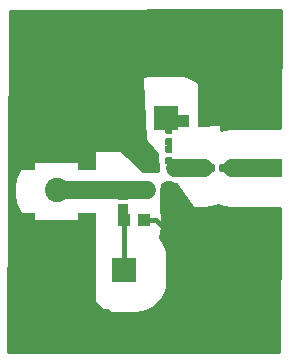
<source format=gbr>
G04 #@! TF.GenerationSoftware,KiCad,Pcbnew,5.1.5+dfsg1-2~bpo9+1*
G04 #@! TF.CreationDate,2020-08-08T11:08:39-04:00*
G04 #@! TF.ProjectId,amplifier,616d706c-6966-4696-9572-2e6b69636164,rev?*
G04 #@! TF.SameCoordinates,PX8308ec0PY56f9a00*
G04 #@! TF.FileFunction,Copper,L1,Top*
G04 #@! TF.FilePolarity,Positive*
%FSLAX46Y46*%
G04 Gerber Fmt 4.6, Leading zero omitted, Abs format (unit mm)*
G04 Created by KiCad (PCBNEW 5.1.5+dfsg1-2~bpo9+1) date 2020-08-08 11:08:39*
%MOMM*%
%LPD*%
G04 APERTURE LIST*
%ADD10R,0.899160X0.848360*%
%ADD11C,2.050000*%
%ADD12R,1.500000X1.500000*%
%ADD13R,1.099820X0.998220*%
%ADD14R,0.400000X0.650000*%
%ADD15R,2.000000X2.000000*%
%ADD16C,0.020000*%
%ADD17C,0.400000*%
%ADD18C,1.500000*%
%ADD19C,0.254000*%
G04 APERTURE END LIST*
D10*
X9750000Y-16850000D03*
X9750000Y-15691760D03*
D11*
X4125000Y-15300000D03*
D12*
X6650000Y-17950000D03*
X6650000Y-12850000D03*
X1550000Y-12850000D03*
X1550000Y-17950000D03*
D13*
X14851640Y-9400000D03*
X16548360Y-9400000D03*
X11548360Y-17850000D03*
X9851640Y-17850000D03*
D14*
X12300000Y-13400000D03*
X13600000Y-13400000D03*
X13600000Y-15300000D03*
X12300000Y-15300000D03*
D15*
X9850000Y-22000000D03*
X13350000Y-9150000D03*
D12*
X22400000Y-13400000D03*
G04 #@! TA.AperFunction,SMDPad,CuDef*
D16*
G36*
X13785858Y-12490710D02*
G01*
X13800176Y-12492834D01*
X13814217Y-12496351D01*
X13827846Y-12501228D01*
X13840931Y-12507417D01*
X13853347Y-12514858D01*
X13864973Y-12523481D01*
X13875698Y-12533202D01*
X13885419Y-12543927D01*
X13894042Y-12555553D01*
X13901483Y-12567969D01*
X13907672Y-12581054D01*
X13912549Y-12594683D01*
X13916066Y-12608724D01*
X13918190Y-12623042D01*
X13918900Y-12637500D01*
X13918900Y-12932500D01*
X13918190Y-12946958D01*
X13916066Y-12961276D01*
X13912549Y-12975317D01*
X13907672Y-12988946D01*
X13901483Y-13002031D01*
X13894042Y-13014447D01*
X13885419Y-13026073D01*
X13875698Y-13036798D01*
X13864973Y-13046519D01*
X13853347Y-13055142D01*
X13840931Y-13062583D01*
X13827846Y-13068772D01*
X13814217Y-13073649D01*
X13800176Y-13077166D01*
X13785858Y-13079290D01*
X13771400Y-13080000D01*
X13426400Y-13080000D01*
X13411942Y-13079290D01*
X13397624Y-13077166D01*
X13383583Y-13073649D01*
X13369954Y-13068772D01*
X13356869Y-13062583D01*
X13344453Y-13055142D01*
X13332827Y-13046519D01*
X13322102Y-13036798D01*
X13312381Y-13026073D01*
X13303758Y-13014447D01*
X13296317Y-13002031D01*
X13290128Y-12988946D01*
X13285251Y-12975317D01*
X13281734Y-12961276D01*
X13279610Y-12946958D01*
X13278900Y-12932500D01*
X13278900Y-12637500D01*
X13279610Y-12623042D01*
X13281734Y-12608724D01*
X13285251Y-12594683D01*
X13290128Y-12581054D01*
X13296317Y-12567969D01*
X13303758Y-12555553D01*
X13312381Y-12543927D01*
X13322102Y-12533202D01*
X13332827Y-12523481D01*
X13344453Y-12514858D01*
X13356869Y-12507417D01*
X13369954Y-12501228D01*
X13383583Y-12496351D01*
X13397624Y-12492834D01*
X13411942Y-12490710D01*
X13426400Y-12490000D01*
X13771400Y-12490000D01*
X13785858Y-12490710D01*
G37*
G04 #@! TD.AperFunction*
G04 #@! TA.AperFunction,SMDPad,CuDef*
G36*
X13785858Y-11520710D02*
G01*
X13800176Y-11522834D01*
X13814217Y-11526351D01*
X13827846Y-11531228D01*
X13840931Y-11537417D01*
X13853347Y-11544858D01*
X13864973Y-11553481D01*
X13875698Y-11563202D01*
X13885419Y-11573927D01*
X13894042Y-11585553D01*
X13901483Y-11597969D01*
X13907672Y-11611054D01*
X13912549Y-11624683D01*
X13916066Y-11638724D01*
X13918190Y-11653042D01*
X13918900Y-11667500D01*
X13918900Y-11962500D01*
X13918190Y-11976958D01*
X13916066Y-11991276D01*
X13912549Y-12005317D01*
X13907672Y-12018946D01*
X13901483Y-12032031D01*
X13894042Y-12044447D01*
X13885419Y-12056073D01*
X13875698Y-12066798D01*
X13864973Y-12076519D01*
X13853347Y-12085142D01*
X13840931Y-12092583D01*
X13827846Y-12098772D01*
X13814217Y-12103649D01*
X13800176Y-12107166D01*
X13785858Y-12109290D01*
X13771400Y-12110000D01*
X13426400Y-12110000D01*
X13411942Y-12109290D01*
X13397624Y-12107166D01*
X13383583Y-12103649D01*
X13369954Y-12098772D01*
X13356869Y-12092583D01*
X13344453Y-12085142D01*
X13332827Y-12076519D01*
X13322102Y-12066798D01*
X13312381Y-12056073D01*
X13303758Y-12044447D01*
X13296317Y-12032031D01*
X13290128Y-12018946D01*
X13285251Y-12005317D01*
X13281734Y-11991276D01*
X13279610Y-11976958D01*
X13278900Y-11962500D01*
X13278900Y-11667500D01*
X13279610Y-11653042D01*
X13281734Y-11638724D01*
X13285251Y-11624683D01*
X13290128Y-11611054D01*
X13296317Y-11597969D01*
X13303758Y-11585553D01*
X13312381Y-11573927D01*
X13322102Y-11563202D01*
X13332827Y-11553481D01*
X13344453Y-11544858D01*
X13356869Y-11537417D01*
X13369954Y-11531228D01*
X13383583Y-11526351D01*
X13397624Y-11522834D01*
X13411942Y-11520710D01*
X13426400Y-11520000D01*
X13771400Y-11520000D01*
X13785858Y-11520710D01*
G37*
G04 #@! TD.AperFunction*
G04 #@! TA.AperFunction,SMDPad,CuDef*
G36*
X13786958Y-10890710D02*
G01*
X13801276Y-10892834D01*
X13815317Y-10896351D01*
X13828946Y-10901228D01*
X13842031Y-10907417D01*
X13854447Y-10914858D01*
X13866073Y-10923481D01*
X13876798Y-10933202D01*
X13886519Y-10943927D01*
X13895142Y-10955553D01*
X13902583Y-10967969D01*
X13908772Y-10981054D01*
X13913649Y-10994683D01*
X13917166Y-11008724D01*
X13919290Y-11023042D01*
X13920000Y-11037500D01*
X13920000Y-11332500D01*
X13919290Y-11346958D01*
X13917166Y-11361276D01*
X13913649Y-11375317D01*
X13908772Y-11388946D01*
X13902583Y-11402031D01*
X13895142Y-11414447D01*
X13886519Y-11426073D01*
X13876798Y-11436798D01*
X13866073Y-11446519D01*
X13854447Y-11455142D01*
X13842031Y-11462583D01*
X13828946Y-11468772D01*
X13815317Y-11473649D01*
X13801276Y-11477166D01*
X13786958Y-11479290D01*
X13772500Y-11480000D01*
X13427500Y-11480000D01*
X13413042Y-11479290D01*
X13398724Y-11477166D01*
X13384683Y-11473649D01*
X13371054Y-11468772D01*
X13357969Y-11462583D01*
X13345553Y-11455142D01*
X13333927Y-11446519D01*
X13323202Y-11436798D01*
X13313481Y-11426073D01*
X13304858Y-11414447D01*
X13297417Y-11402031D01*
X13291228Y-11388946D01*
X13286351Y-11375317D01*
X13282834Y-11361276D01*
X13280710Y-11346958D01*
X13280000Y-11332500D01*
X13280000Y-11037500D01*
X13280710Y-11023042D01*
X13282834Y-11008724D01*
X13286351Y-10994683D01*
X13291228Y-10981054D01*
X13297417Y-10967969D01*
X13304858Y-10955553D01*
X13313481Y-10943927D01*
X13323202Y-10933202D01*
X13333927Y-10923481D01*
X13345553Y-10914858D01*
X13357969Y-10907417D01*
X13371054Y-10901228D01*
X13384683Y-10896351D01*
X13398724Y-10892834D01*
X13413042Y-10890710D01*
X13427500Y-10890000D01*
X13772500Y-10890000D01*
X13786958Y-10890710D01*
G37*
G04 #@! TD.AperFunction*
G04 #@! TA.AperFunction,SMDPad,CuDef*
G36*
X13786958Y-9920710D02*
G01*
X13801276Y-9922834D01*
X13815317Y-9926351D01*
X13828946Y-9931228D01*
X13842031Y-9937417D01*
X13854447Y-9944858D01*
X13866073Y-9953481D01*
X13876798Y-9963202D01*
X13886519Y-9973927D01*
X13895142Y-9985553D01*
X13902583Y-9997969D01*
X13908772Y-10011054D01*
X13913649Y-10024683D01*
X13917166Y-10038724D01*
X13919290Y-10053042D01*
X13920000Y-10067500D01*
X13920000Y-10362500D01*
X13919290Y-10376958D01*
X13917166Y-10391276D01*
X13913649Y-10405317D01*
X13908772Y-10418946D01*
X13902583Y-10432031D01*
X13895142Y-10444447D01*
X13886519Y-10456073D01*
X13876798Y-10466798D01*
X13866073Y-10476519D01*
X13854447Y-10485142D01*
X13842031Y-10492583D01*
X13828946Y-10498772D01*
X13815317Y-10503649D01*
X13801276Y-10507166D01*
X13786958Y-10509290D01*
X13772500Y-10510000D01*
X13427500Y-10510000D01*
X13413042Y-10509290D01*
X13398724Y-10507166D01*
X13384683Y-10503649D01*
X13371054Y-10498772D01*
X13357969Y-10492583D01*
X13345553Y-10485142D01*
X13333927Y-10476519D01*
X13323202Y-10466798D01*
X13313481Y-10456073D01*
X13304858Y-10444447D01*
X13297417Y-10432031D01*
X13291228Y-10418946D01*
X13286351Y-10405317D01*
X13282834Y-10391276D01*
X13280710Y-10376958D01*
X13280000Y-10362500D01*
X13280000Y-10067500D01*
X13280710Y-10053042D01*
X13282834Y-10038724D01*
X13286351Y-10024683D01*
X13291228Y-10011054D01*
X13297417Y-9997969D01*
X13304858Y-9985553D01*
X13313481Y-9973927D01*
X13323202Y-9963202D01*
X13333927Y-9953481D01*
X13345553Y-9944858D01*
X13357969Y-9937417D01*
X13371054Y-9931228D01*
X13384683Y-9926351D01*
X13398724Y-9922834D01*
X13413042Y-9920710D01*
X13427500Y-9920000D01*
X13772500Y-9920000D01*
X13786958Y-9920710D01*
G37*
G04 #@! TD.AperFunction*
G04 #@! TA.AperFunction,SMDPad,CuDef*
G36*
X18346958Y-13080710D02*
G01*
X18361276Y-13082834D01*
X18375317Y-13086351D01*
X18388946Y-13091228D01*
X18402031Y-13097417D01*
X18414447Y-13104858D01*
X18426073Y-13113481D01*
X18436798Y-13123202D01*
X18446519Y-13133927D01*
X18455142Y-13145553D01*
X18462583Y-13157969D01*
X18468772Y-13171054D01*
X18473649Y-13184683D01*
X18477166Y-13198724D01*
X18479290Y-13213042D01*
X18480000Y-13227500D01*
X18480000Y-13572500D01*
X18479290Y-13586958D01*
X18477166Y-13601276D01*
X18473649Y-13615317D01*
X18468772Y-13628946D01*
X18462583Y-13642031D01*
X18455142Y-13654447D01*
X18446519Y-13666073D01*
X18436798Y-13676798D01*
X18426073Y-13686519D01*
X18414447Y-13695142D01*
X18402031Y-13702583D01*
X18388946Y-13708772D01*
X18375317Y-13713649D01*
X18361276Y-13717166D01*
X18346958Y-13719290D01*
X18332500Y-13720000D01*
X18037500Y-13720000D01*
X18023042Y-13719290D01*
X18008724Y-13717166D01*
X17994683Y-13713649D01*
X17981054Y-13708772D01*
X17967969Y-13702583D01*
X17955553Y-13695142D01*
X17943927Y-13686519D01*
X17933202Y-13676798D01*
X17923481Y-13666073D01*
X17914858Y-13654447D01*
X17907417Y-13642031D01*
X17901228Y-13628946D01*
X17896351Y-13615317D01*
X17892834Y-13601276D01*
X17890710Y-13586958D01*
X17890000Y-13572500D01*
X17890000Y-13227500D01*
X17890710Y-13213042D01*
X17892834Y-13198724D01*
X17896351Y-13184683D01*
X17901228Y-13171054D01*
X17907417Y-13157969D01*
X17914858Y-13145553D01*
X17923481Y-13133927D01*
X17933202Y-13123202D01*
X17943927Y-13113481D01*
X17955553Y-13104858D01*
X17967969Y-13097417D01*
X17981054Y-13091228D01*
X17994683Y-13086351D01*
X18008724Y-13082834D01*
X18023042Y-13080710D01*
X18037500Y-13080000D01*
X18332500Y-13080000D01*
X18346958Y-13080710D01*
G37*
G04 #@! TD.AperFunction*
G04 #@! TA.AperFunction,SMDPad,CuDef*
G36*
X17376958Y-13080710D02*
G01*
X17391276Y-13082834D01*
X17405317Y-13086351D01*
X17418946Y-13091228D01*
X17432031Y-13097417D01*
X17444447Y-13104858D01*
X17456073Y-13113481D01*
X17466798Y-13123202D01*
X17476519Y-13133927D01*
X17485142Y-13145553D01*
X17492583Y-13157969D01*
X17498772Y-13171054D01*
X17503649Y-13184683D01*
X17507166Y-13198724D01*
X17509290Y-13213042D01*
X17510000Y-13227500D01*
X17510000Y-13572500D01*
X17509290Y-13586958D01*
X17507166Y-13601276D01*
X17503649Y-13615317D01*
X17498772Y-13628946D01*
X17492583Y-13642031D01*
X17485142Y-13654447D01*
X17476519Y-13666073D01*
X17466798Y-13676798D01*
X17456073Y-13686519D01*
X17444447Y-13695142D01*
X17432031Y-13702583D01*
X17418946Y-13708772D01*
X17405317Y-13713649D01*
X17391276Y-13717166D01*
X17376958Y-13719290D01*
X17362500Y-13720000D01*
X17067500Y-13720000D01*
X17053042Y-13719290D01*
X17038724Y-13717166D01*
X17024683Y-13713649D01*
X17011054Y-13708772D01*
X16997969Y-13702583D01*
X16985553Y-13695142D01*
X16973927Y-13686519D01*
X16963202Y-13676798D01*
X16953481Y-13666073D01*
X16944858Y-13654447D01*
X16937417Y-13642031D01*
X16931228Y-13628946D01*
X16926351Y-13615317D01*
X16922834Y-13601276D01*
X16920710Y-13586958D01*
X16920000Y-13572500D01*
X16920000Y-13227500D01*
X16920710Y-13213042D01*
X16922834Y-13198724D01*
X16926351Y-13184683D01*
X16931228Y-13171054D01*
X16937417Y-13157969D01*
X16944858Y-13145553D01*
X16953481Y-13133927D01*
X16963202Y-13123202D01*
X16973927Y-13113481D01*
X16985553Y-13104858D01*
X16997969Y-13097417D01*
X17011054Y-13091228D01*
X17024683Y-13086351D01*
X17038724Y-13082834D01*
X17053042Y-13080710D01*
X17067500Y-13080000D01*
X17362500Y-13080000D01*
X17376958Y-13080710D01*
G37*
G04 #@! TD.AperFunction*
D17*
X6650000Y-11700000D02*
X6500000Y-11550000D01*
X6650000Y-12850000D02*
X6650000Y-11700000D01*
X6500000Y-11550000D02*
X6500000Y-8300000D01*
X6500000Y-8300000D02*
X11200000Y-3600000D01*
X1550000Y-19100000D02*
X7950000Y-25500000D01*
X1550000Y-17950000D02*
X1550000Y-19100000D01*
X7950000Y-25500000D02*
X8400000Y-25500000D01*
X12498270Y-17850000D02*
X16848270Y-22200000D01*
X11548360Y-17850000D02*
X12498270Y-17850000D01*
D18*
X13600000Y-17125000D02*
X18100000Y-21625000D01*
X13600000Y-15300000D02*
X13600000Y-17125000D01*
X22400000Y-13400000D02*
X20150000Y-13400000D01*
X20150000Y-13400000D02*
X18950000Y-13400000D01*
X14150000Y-13400000D02*
X15850000Y-13400000D01*
X15300000Y-13400000D02*
X16550000Y-13400000D01*
X4150000Y-15300000D02*
X11800000Y-15300000D01*
D17*
X13600000Y-11813900D02*
X13598900Y-11815000D01*
X13600000Y-11185000D02*
X13600000Y-11813900D01*
X9851640Y-16951640D02*
X9750000Y-16850000D01*
X9851640Y-17850000D02*
X9851640Y-16951640D01*
X9850000Y-17851640D02*
X9851640Y-17850000D01*
X9850000Y-22000000D02*
X9850000Y-17851640D01*
D19*
G36*
X23038375Y-10010290D02*
G01*
X21650000Y-10010290D01*
X21520952Y-10023000D01*
X18784107Y-10023000D01*
X18287992Y-10071863D01*
X18016123Y-10154334D01*
X18041260Y-9899110D01*
X18041260Y-8900890D01*
X17990539Y-8385908D01*
X17840324Y-7890717D01*
X17596389Y-7434346D01*
X17268107Y-7034333D01*
X16868094Y-6706051D01*
X16411723Y-6462116D01*
X16347103Y-6442514D01*
X16216557Y-6283443D01*
X15816544Y-5955161D01*
X15360173Y-5711226D01*
X14864982Y-5561011D01*
X14350000Y-5510290D01*
X12350000Y-5510290D01*
X11835018Y-5561011D01*
X11339827Y-5711226D01*
X10883456Y-5955161D01*
X10483443Y-6283443D01*
X10155161Y-6683456D01*
X9911226Y-7139827D01*
X9761011Y-7635018D01*
X9710290Y-8150000D01*
X9710290Y-10150000D01*
X9761011Y-10664982D01*
X9911226Y-11160173D01*
X10155161Y-11616544D01*
X10406663Y-11923000D01*
X5515335Y-11923000D01*
X5190249Y-11788345D01*
X4484691Y-11648000D01*
X3765309Y-11648000D01*
X3059751Y-11788345D01*
X2395130Y-12063640D01*
X1796986Y-12463307D01*
X1288307Y-12971986D01*
X888640Y-13570130D01*
X613345Y-14234751D01*
X473000Y-14940309D01*
X473000Y-15659691D01*
X613345Y-16365249D01*
X888640Y-17029870D01*
X1288307Y-17628014D01*
X1796986Y-18136693D01*
X2395130Y-18536360D01*
X3059751Y-18811655D01*
X3765309Y-18952000D01*
X4484691Y-18952000D01*
X5190249Y-18811655D01*
X5515335Y-18677000D01*
X6694314Y-18677000D01*
X6712741Y-18864092D01*
X6845453Y-19301584D01*
X6655161Y-19533456D01*
X6411226Y-19989827D01*
X6261011Y-20485018D01*
X6210290Y-21000000D01*
X6210290Y-23000000D01*
X6261011Y-23514982D01*
X6411226Y-24010173D01*
X6655161Y-24466544D01*
X6983443Y-24866557D01*
X7383456Y-25194839D01*
X7839827Y-25438774D01*
X8335018Y-25588989D01*
X8850000Y-25639710D01*
X10850000Y-25639710D01*
X11364982Y-25588989D01*
X11860173Y-25438774D01*
X12316544Y-25194839D01*
X12716557Y-24866557D01*
X13044839Y-24466544D01*
X13288774Y-24010173D01*
X13438989Y-23514982D01*
X13489710Y-23000000D01*
X13489710Y-21000000D01*
X13438989Y-20485018D01*
X13288774Y-19989827D01*
X13044839Y-19533456D01*
X12856942Y-19304502D01*
X12990539Y-18864092D01*
X13030771Y-18455604D01*
X13098575Y-18435036D01*
X13685238Y-18121458D01*
X14199453Y-17699453D01*
X14621458Y-17185238D01*
X14628017Y-17172967D01*
X14694839Y-17091544D01*
X14862966Y-16777000D01*
X16715893Y-16777000D01*
X17212008Y-16728137D01*
X17750000Y-16564938D01*
X18287992Y-16728137D01*
X18784107Y-16777000D01*
X21520952Y-16777000D01*
X21650000Y-16789710D01*
X23015158Y-16789710D01*
X22973434Y-28973000D01*
X27437Y-28973000D01*
X126566Y-126456D01*
X23072563Y-27551D01*
X23038375Y-10010290D01*
G37*
X23038375Y-10010290D02*
X21650000Y-10010290D01*
X21520952Y-10023000D01*
X18784107Y-10023000D01*
X18287992Y-10071863D01*
X18016123Y-10154334D01*
X18041260Y-9899110D01*
X18041260Y-8900890D01*
X17990539Y-8385908D01*
X17840324Y-7890717D01*
X17596389Y-7434346D01*
X17268107Y-7034333D01*
X16868094Y-6706051D01*
X16411723Y-6462116D01*
X16347103Y-6442514D01*
X16216557Y-6283443D01*
X15816544Y-5955161D01*
X15360173Y-5711226D01*
X14864982Y-5561011D01*
X14350000Y-5510290D01*
X12350000Y-5510290D01*
X11835018Y-5561011D01*
X11339827Y-5711226D01*
X10883456Y-5955161D01*
X10483443Y-6283443D01*
X10155161Y-6683456D01*
X9911226Y-7139827D01*
X9761011Y-7635018D01*
X9710290Y-8150000D01*
X9710290Y-10150000D01*
X9761011Y-10664982D01*
X9911226Y-11160173D01*
X10155161Y-11616544D01*
X10406663Y-11923000D01*
X5515335Y-11923000D01*
X5190249Y-11788345D01*
X4484691Y-11648000D01*
X3765309Y-11648000D01*
X3059751Y-11788345D01*
X2395130Y-12063640D01*
X1796986Y-12463307D01*
X1288307Y-12971986D01*
X888640Y-13570130D01*
X613345Y-14234751D01*
X473000Y-14940309D01*
X473000Y-15659691D01*
X613345Y-16365249D01*
X888640Y-17029870D01*
X1288307Y-17628014D01*
X1796986Y-18136693D01*
X2395130Y-18536360D01*
X3059751Y-18811655D01*
X3765309Y-18952000D01*
X4484691Y-18952000D01*
X5190249Y-18811655D01*
X5515335Y-18677000D01*
X6694314Y-18677000D01*
X6712741Y-18864092D01*
X6845453Y-19301584D01*
X6655161Y-19533456D01*
X6411226Y-19989827D01*
X6261011Y-20485018D01*
X6210290Y-21000000D01*
X6210290Y-23000000D01*
X6261011Y-23514982D01*
X6411226Y-24010173D01*
X6655161Y-24466544D01*
X6983443Y-24866557D01*
X7383456Y-25194839D01*
X7839827Y-25438774D01*
X8335018Y-25588989D01*
X8850000Y-25639710D01*
X10850000Y-25639710D01*
X11364982Y-25588989D01*
X11860173Y-25438774D01*
X12316544Y-25194839D01*
X12716557Y-24866557D01*
X13044839Y-24466544D01*
X13288774Y-24010173D01*
X13438989Y-23514982D01*
X13489710Y-23000000D01*
X13489710Y-21000000D01*
X13438989Y-20485018D01*
X13288774Y-19989827D01*
X13044839Y-19533456D01*
X12856942Y-19304502D01*
X12990539Y-18864092D01*
X13030771Y-18455604D01*
X13098575Y-18435036D01*
X13685238Y-18121458D01*
X14199453Y-17699453D01*
X14621458Y-17185238D01*
X14628017Y-17172967D01*
X14694839Y-17091544D01*
X14862966Y-16777000D01*
X16715893Y-16777000D01*
X17212008Y-16728137D01*
X17750000Y-16564938D01*
X18287992Y-16728137D01*
X18784107Y-16777000D01*
X21520952Y-16777000D01*
X21650000Y-16789710D01*
X23015158Y-16789710D01*
X22973434Y-28973000D01*
X27437Y-28973000D01*
X126566Y-126456D01*
X23072563Y-27551D01*
X23038375Y-10010290D01*
G36*
X7273000Y-25273000D02*
G01*
X927000Y-25273000D01*
X927000Y-17927000D01*
X7273000Y-17927000D01*
X7273000Y-25273000D01*
G37*
X7273000Y-25273000D02*
X927000Y-25273000D01*
X927000Y-17927000D01*
X7273000Y-17927000D01*
X7273000Y-25273000D01*
G36*
X11329179Y-5910762D02*
G01*
X11623211Y-11007315D01*
X11627074Y-11031910D01*
X11635661Y-11055278D01*
X11650426Y-11078829D01*
X12575729Y-12247633D01*
X12664814Y-13673000D01*
X11450143Y-13673000D01*
X5397883Y-8011208D01*
X8733627Y-5533227D01*
X11329179Y-5910762D01*
G37*
X11329179Y-5910762D02*
X11623211Y-11007315D01*
X11627074Y-11031910D01*
X11635661Y-11055278D01*
X11650426Y-11078829D01*
X12575729Y-12247633D01*
X12664814Y-13673000D01*
X11450143Y-13673000D01*
X5397883Y-8011208D01*
X8733627Y-5533227D01*
X11329179Y-5910762D01*
G36*
X21473000Y-9673000D02*
G01*
X16127000Y-9673000D01*
X16127000Y-5424753D01*
X21473000Y-5329288D01*
X21473000Y-9673000D01*
G37*
X21473000Y-9673000D02*
X16127000Y-9673000D01*
X16127000Y-5424753D01*
X21473000Y-5329288D01*
X21473000Y-9673000D01*
G36*
X7174682Y-12773000D02*
G01*
X828705Y-12773000D01*
X925318Y-5527000D01*
X7271295Y-5527000D01*
X7174682Y-12773000D01*
G37*
X7174682Y-12773000D02*
X828705Y-12773000D01*
X925318Y-5527000D01*
X7271295Y-5527000D01*
X7174682Y-12773000D01*
G36*
X16105934Y-17346807D02*
G01*
X13027000Y-18705160D01*
X13027000Y-14727000D01*
X14234644Y-14727000D01*
X16105934Y-17346807D01*
G37*
X16105934Y-17346807D02*
X13027000Y-18705160D01*
X13027000Y-14727000D01*
X14234644Y-14727000D01*
X16105934Y-17346807D01*
M02*

</source>
